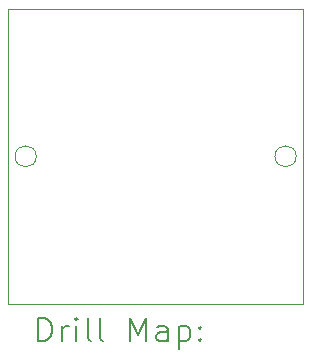
<source format=gbr>
%TF.GenerationSoftware,KiCad,Pcbnew,8.0.1*%
%TF.CreationDate,2024-07-01T16:18:09-04:00*%
%TF.ProjectId,btn,62746e2e-6b69-4636-9164-5f7063625858,rev?*%
%TF.SameCoordinates,Original*%
%TF.FileFunction,Drillmap*%
%TF.FilePolarity,Positive*%
%FSLAX45Y45*%
G04 Gerber Fmt 4.5, Leading zero omitted, Abs format (unit mm)*
G04 Created by KiCad (PCBNEW 8.0.1) date 2024-07-01 16:18:09*
%MOMM*%
%LPD*%
G01*
G04 APERTURE LIST*
%ADD10C,0.100000*%
%ADD11C,0.200000*%
G04 APERTURE END LIST*
D10*
X12240000Y-8250000D02*
G75*
G02*
X12060000Y-8250000I-90000J0D01*
G01*
X12060000Y-8250000D02*
G75*
G02*
X12240000Y-8250000I90000J0D01*
G01*
X14440000Y-8250000D02*
G75*
G02*
X14260000Y-8250000I-90000J0D01*
G01*
X14260000Y-8250000D02*
G75*
G02*
X14440000Y-8250000I90000J0D01*
G01*
X14500000Y-7000000D02*
X12000000Y-7000000D01*
X14500000Y-9500000D02*
X14500000Y-7000000D01*
X12000000Y-9500000D02*
X14500000Y-9500000D01*
X12000000Y-7000000D02*
X12000000Y-9500000D01*
D11*
X12255777Y-9816484D02*
X12255777Y-9616484D01*
X12255777Y-9616484D02*
X12303396Y-9616484D01*
X12303396Y-9616484D02*
X12331967Y-9626008D01*
X12331967Y-9626008D02*
X12351015Y-9645055D01*
X12351015Y-9645055D02*
X12360539Y-9664103D01*
X12360539Y-9664103D02*
X12370062Y-9702198D01*
X12370062Y-9702198D02*
X12370062Y-9730770D01*
X12370062Y-9730770D02*
X12360539Y-9768865D01*
X12360539Y-9768865D02*
X12351015Y-9787912D01*
X12351015Y-9787912D02*
X12331967Y-9806960D01*
X12331967Y-9806960D02*
X12303396Y-9816484D01*
X12303396Y-9816484D02*
X12255777Y-9816484D01*
X12455777Y-9816484D02*
X12455777Y-9683150D01*
X12455777Y-9721246D02*
X12465301Y-9702198D01*
X12465301Y-9702198D02*
X12474824Y-9692674D01*
X12474824Y-9692674D02*
X12493872Y-9683150D01*
X12493872Y-9683150D02*
X12512920Y-9683150D01*
X12579586Y-9816484D02*
X12579586Y-9683150D01*
X12579586Y-9616484D02*
X12570062Y-9626008D01*
X12570062Y-9626008D02*
X12579586Y-9635531D01*
X12579586Y-9635531D02*
X12589110Y-9626008D01*
X12589110Y-9626008D02*
X12579586Y-9616484D01*
X12579586Y-9616484D02*
X12579586Y-9635531D01*
X12703396Y-9816484D02*
X12684348Y-9806960D01*
X12684348Y-9806960D02*
X12674824Y-9787912D01*
X12674824Y-9787912D02*
X12674824Y-9616484D01*
X12808158Y-9816484D02*
X12789110Y-9806960D01*
X12789110Y-9806960D02*
X12779586Y-9787912D01*
X12779586Y-9787912D02*
X12779586Y-9616484D01*
X13036729Y-9816484D02*
X13036729Y-9616484D01*
X13036729Y-9616484D02*
X13103396Y-9759341D01*
X13103396Y-9759341D02*
X13170062Y-9616484D01*
X13170062Y-9616484D02*
X13170062Y-9816484D01*
X13351015Y-9816484D02*
X13351015Y-9711722D01*
X13351015Y-9711722D02*
X13341491Y-9692674D01*
X13341491Y-9692674D02*
X13322443Y-9683150D01*
X13322443Y-9683150D02*
X13284348Y-9683150D01*
X13284348Y-9683150D02*
X13265301Y-9692674D01*
X13351015Y-9806960D02*
X13331967Y-9816484D01*
X13331967Y-9816484D02*
X13284348Y-9816484D01*
X13284348Y-9816484D02*
X13265301Y-9806960D01*
X13265301Y-9806960D02*
X13255777Y-9787912D01*
X13255777Y-9787912D02*
X13255777Y-9768865D01*
X13255777Y-9768865D02*
X13265301Y-9749817D01*
X13265301Y-9749817D02*
X13284348Y-9740293D01*
X13284348Y-9740293D02*
X13331967Y-9740293D01*
X13331967Y-9740293D02*
X13351015Y-9730770D01*
X13446253Y-9683150D02*
X13446253Y-9883150D01*
X13446253Y-9692674D02*
X13465301Y-9683150D01*
X13465301Y-9683150D02*
X13503396Y-9683150D01*
X13503396Y-9683150D02*
X13522443Y-9692674D01*
X13522443Y-9692674D02*
X13531967Y-9702198D01*
X13531967Y-9702198D02*
X13541491Y-9721246D01*
X13541491Y-9721246D02*
X13541491Y-9778389D01*
X13541491Y-9778389D02*
X13531967Y-9797436D01*
X13531967Y-9797436D02*
X13522443Y-9806960D01*
X13522443Y-9806960D02*
X13503396Y-9816484D01*
X13503396Y-9816484D02*
X13465301Y-9816484D01*
X13465301Y-9816484D02*
X13446253Y-9806960D01*
X13627205Y-9797436D02*
X13636729Y-9806960D01*
X13636729Y-9806960D02*
X13627205Y-9816484D01*
X13627205Y-9816484D02*
X13617682Y-9806960D01*
X13617682Y-9806960D02*
X13627205Y-9797436D01*
X13627205Y-9797436D02*
X13627205Y-9816484D01*
X13627205Y-9692674D02*
X13636729Y-9702198D01*
X13636729Y-9702198D02*
X13627205Y-9711722D01*
X13627205Y-9711722D02*
X13617682Y-9702198D01*
X13617682Y-9702198D02*
X13627205Y-9692674D01*
X13627205Y-9692674D02*
X13627205Y-9711722D01*
M02*

</source>
